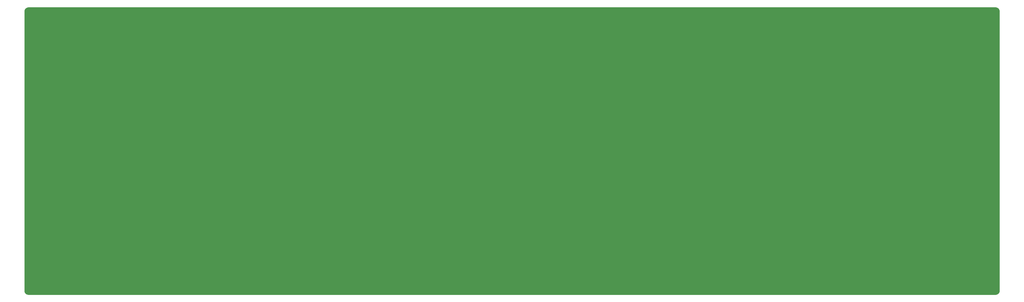
<source format=gbl>
G04 #@! TF.GenerationSoftware,KiCad,Pcbnew,(5.1.10)-1*
G04 #@! TF.CreationDate,2021-09-30T18:38:30+01:00*
G04 #@! TF.ProjectId,110ADR-SwitchPlate,31313041-4452-42d5-9377-69746368506c,rev?*
G04 #@! TF.SameCoordinates,Original*
G04 #@! TF.FileFunction,Copper,L2,Bot*
G04 #@! TF.FilePolarity,Positive*
%FSLAX46Y46*%
G04 Gerber Fmt 4.6, Leading zero omitted, Abs format (unit mm)*
G04 Created by KiCad (PCBNEW (5.1.10)-1) date 2021-09-30 18:38:30*
%MOMM*%
%LPD*%
G01*
G04 APERTURE LIST*
G04 #@! TA.AperFunction,ComponentPad*
%ADD10C,4.400000*%
G04 #@! TD*
G04 #@! TA.AperFunction,Conductor*
%ADD11C,0.254000*%
G04 #@! TD*
G04 #@! TA.AperFunction,Conductor*
%ADD12C,0.100000*%
G04 #@! TD*
G04 APERTURE END LIST*
D10*
X42900000Y-73300000D03*
X462510000Y-56020000D03*
X40110000Y-173850000D03*
X463910000Y-173450000D03*
X251910000Y-156250000D03*
X298185000Y-114050000D03*
X428125000Y-118225000D03*
X161435000Y-117900000D03*
X71860000Y-118500000D03*
X242700000Y-71000000D03*
X391400000Y-71000000D03*
X326000000Y-71000000D03*
X156600000Y-71000000D03*
D11*
X466029138Y-50407730D02*
X466345739Y-50503317D01*
X466637746Y-50658581D01*
X466894032Y-50867603D01*
X467104839Y-51122424D01*
X467262135Y-51413337D01*
X467359931Y-51729265D01*
X467396000Y-52072439D01*
X467396001Y-175795123D01*
X467362270Y-176139139D01*
X467266682Y-176455741D01*
X467111419Y-176747746D01*
X466902397Y-177004032D01*
X466647574Y-177214841D01*
X466356663Y-177372135D01*
X466040735Y-177469931D01*
X465697561Y-177506000D01*
X38134867Y-177506000D01*
X37790861Y-177472270D01*
X37474259Y-177376682D01*
X37182254Y-177221419D01*
X36925968Y-177012397D01*
X36715159Y-176757574D01*
X36557865Y-176466663D01*
X36460069Y-176150735D01*
X36424000Y-175807561D01*
X36424000Y-52084867D01*
X36457730Y-51740862D01*
X36553317Y-51424261D01*
X36708581Y-51132254D01*
X36917603Y-50875968D01*
X37172424Y-50665161D01*
X37463337Y-50507865D01*
X37779265Y-50410069D01*
X38122439Y-50374000D01*
X465685133Y-50374000D01*
X466029138Y-50407730D01*
G04 #@! TA.AperFunction,Conductor*
D12*
G36*
X466029138Y-50407730D02*
G01*
X466345739Y-50503317D01*
X466637746Y-50658581D01*
X466894032Y-50867603D01*
X467104839Y-51122424D01*
X467262135Y-51413337D01*
X467359931Y-51729265D01*
X467396000Y-52072439D01*
X467396001Y-175795123D01*
X467362270Y-176139139D01*
X467266682Y-176455741D01*
X467111419Y-176747746D01*
X466902397Y-177004032D01*
X466647574Y-177214841D01*
X466356663Y-177372135D01*
X466040735Y-177469931D01*
X465697561Y-177506000D01*
X38134867Y-177506000D01*
X37790861Y-177472270D01*
X37474259Y-177376682D01*
X37182254Y-177221419D01*
X36925968Y-177012397D01*
X36715159Y-176757574D01*
X36557865Y-176466663D01*
X36460069Y-176150735D01*
X36424000Y-175807561D01*
X36424000Y-52084867D01*
X36457730Y-51740862D01*
X36553317Y-51424261D01*
X36708581Y-51132254D01*
X36917603Y-50875968D01*
X37172424Y-50665161D01*
X37463337Y-50507865D01*
X37779265Y-50410069D01*
X38122439Y-50374000D01*
X465685133Y-50374000D01*
X466029138Y-50407730D01*
G37*
G04 #@! TD.AperFunction*
M02*

</source>
